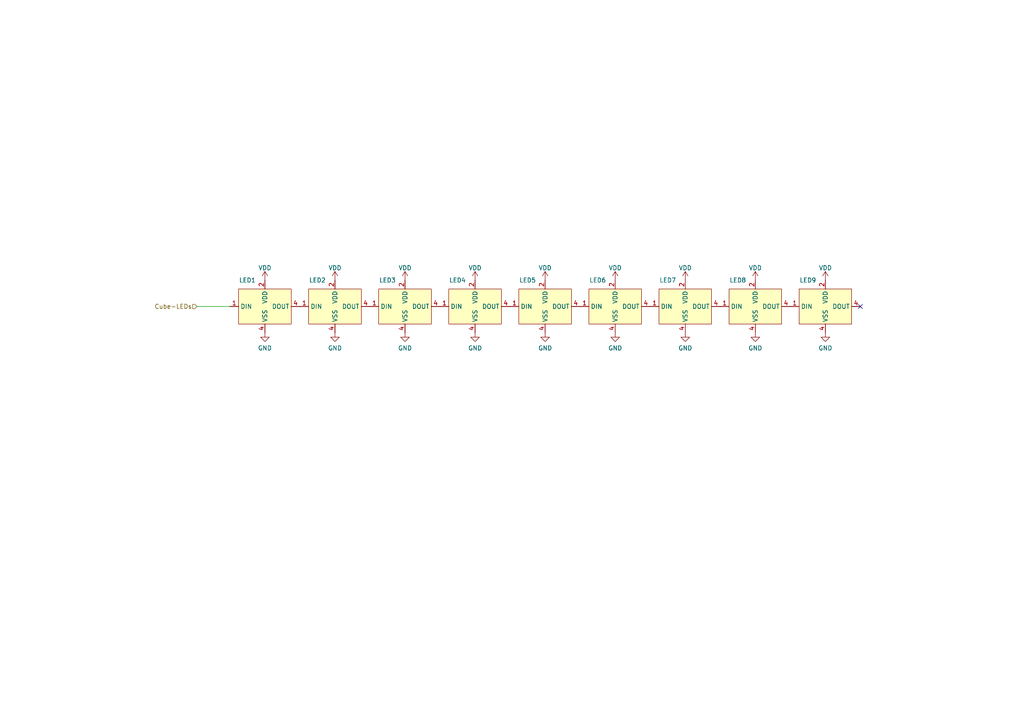
<source format=kicad_sch>
(kicad_sch (version 20211123) (generator eeschema)
  (paper "A4")
  (lib_symbols
    (symbol "FieldBoard_symbol:WS2812-4020_single"
      (property "Reference" "LED?" (at -5.08 7.62 0))
      (symbol "WS2812-4020_single_0_1"
        (rectangle (start -7.62 5.08) (end 7.62 -5.08) (stroke (width 0.1524)) (fill (type background)))
      )
      (symbol "WS2812-4020_single_1_1"
        (pin input line (at -10.16 0 0) (length 2.54) (name "DIN") (number "1"))
        (pin input line (at 0 7.62 270) (length 2.54) (name "VDD") (number "2"))
        (pin input line (at 10.16 0 180) (length 2.54) (name "DOUT") (number "4"))
        (pin input line (at 0 -7.62 90) (length 2.54) (name "VSS") (number "4"))
      )
    )
    (symbol "power:GND" (power) (pin_names (offset 0))
      (property "Value" "GND" (at 0 -3.81 0))
      (symbol "GND_0_1"
        (polyline (pts (xy 0 0) (xy 0 -1.27) (xy 1.27 -1.27) (xy 0 -2.54) (xy -1.27 -1.27) (xy 0 -1.27)))
      )
      (symbol "GND_1_1"
        (pin power_in line (at 0 0 270) (length 0) hide (name "GND") (number "1"))
      )
    )
    (symbol "power:VDD" (power) (pin_names (offset 0))
      (property "Value" "VDD" (at 0 3.81 0))
      (symbol "VDD_0_1"
        (polyline (pts (xy -0.762 1.27) (xy 0 2.54)))
        (polyline (pts (xy 0 0) (xy 0 2.54)))
        (polyline (pts (xy 0 2.54) (xy 0.762 1.27)))
      )
      (symbol "VDD_1_1"
        (pin power_in line (at 0 0 90) (length 0) hide (name "VDD") (number "1"))
      )
    )
  )
  (no_connect (at 249.555 88.9))
  (wire (pts (xy 57.15 88.9) (xy 66.675 88.9)))
  (hierarchical_label "Cube-LEDs" (shape input) (at 57.15 88.9 180))
  (symbol (lib_id "power:GND") (at 198.755 96.52 0) (unit 1)
    (property "Reference" "#PWR084" (effects hide))
    (property "Value" "GND" (at 198.755 100.9634 0))
  )
  (symbol (lib_id "power:GND") (at 178.435 96.52 0) (unit 1)
    (property "Reference" "#PWR083" (effects hide))
    (property "Value" "GND" (at 178.435 100.9634 0))
  )
  (symbol (lib_id "power:GND") (at 97.155 96.52 0) (unit 1)
    (property "Reference" "#PWR079" (effects hide))
    (property "Value" "GND" (at 97.155 100.9634 0))
  )
  (symbol (lib_id "power:VDD") (at 219.075 81.28 0) (unit 1)
    (property "Reference" "#PWR076" (effects hide))
    (property "Value" "VDD" (at 219.075 77.7042 0))
  )
  (symbol (lib_id "FieldBoard_symbol:WS2812-4020_single") (at 117.475 88.9 0) (unit 1)
    (property "Reference" "LED3" (at 112.395 81.28 0))
    (property "Value" "WS2812-4020_single" (effects hide))
    (property "Footprint" "FieldBoard_footprint:WS2812-4020-single-6mm_bezMaske" (effects hide))
  )
  (symbol (lib_id "FieldBoard_symbol:WS2812-4020_single") (at 178.435 88.9 0) (unit 1)
    (property "Reference" "LED6" (at 173.355 81.28 0))
    (property "Value" "WS2812-4020_single" (effects hide))
    (property "Footprint" "FieldBoard_footprint:WS2812-4020-single-6mm_bezMaske" (effects hide))
  )
  (symbol (lib_id "FieldBoard_symbol:WS2812-4020_single") (at 97.155 88.9 0) (unit 1)
    (property "Reference" "LED2" (at 92.075 81.28 0))
    (property "Value" "WS2812-4020_single" (effects hide))
    (property "Footprint" "FieldBoard_footprint:WS2812-4020-single-6mm_bezMaske" (effects hide))
  )
  (symbol (lib_id "power:GND") (at 219.075 96.52 0) (unit 1)
    (property "Reference" "#PWR085" (effects hide))
    (property "Value" "GND" (at 219.075 100.9634 0))
  )
  (symbol (lib_id "power:VDD") (at 158.115 81.28 0) (unit 1)
    (property "Reference" "#PWR073" (effects hide))
    (property "Value" "VDD" (at 158.115 77.7042 0))
  )
  (symbol (lib_id "power:VDD") (at 137.795 81.28 0) (unit 1)
    (property "Reference" "#PWR072" (effects hide))
    (property "Value" "VDD" (at 137.795 77.7042 0))
  )
  (symbol (lib_id "power:VDD") (at 239.395 81.28 0) (unit 1)
    (property "Reference" "#PWR077" (effects hide))
    (property "Value" "VDD" (at 239.395 77.7042 0))
  )
  (symbol (lib_id "FieldBoard_symbol:WS2812-4020_single") (at 239.395 88.9 0) (unit 1)
    (property "Reference" "LED9" (at 234.315 81.28 0))
    (property "Value" "WS2812-4020_single" (effects hide))
    (property "Footprint" "FieldBoard_footprint:WS2812-4020-single-6mm_bezMaske" (effects hide))
  )
  (symbol (lib_id "power:GND") (at 76.835 96.52 0) (unit 1)
    (property "Reference" "#PWR078" (effects hide))
    (property "Value" "GND" (at 76.835 100.9634 0))
  )
  (symbol (lib_id "power:GND") (at 239.395 96.52 0) (unit 1)
    (property "Reference" "#PWR086" (effects hide))
    (property "Value" "GND" (at 239.395 100.9634 0))
  )
  (symbol (lib_id "FieldBoard_symbol:WS2812-4020_single") (at 158.115 88.9 0) (unit 1)
    (property "Reference" "LED5" (at 153.035 81.28 0))
    (property "Value" "WS2812-4020_single" (effects hide))
    (property "Footprint" "FieldBoard_footprint:WS2812-4020-single-6mm_bezMaske" (effects hide))
  )
  (symbol (lib_id "power:VDD") (at 178.435 81.28 0) (unit 1)
    (property "Reference" "#PWR074" (effects hide))
    (property "Value" "VDD" (at 178.435 77.7042 0))
  )
  (symbol (lib_id "power:GND") (at 158.115 96.52 0) (unit 1)
    (property "Reference" "#PWR082" (effects hide))
    (property "Value" "GND" (at 158.115 100.9634 0))
  )
  (symbol (lib_id "power:GND") (at 137.795 96.52 0) (unit 1)
    (property "Reference" "#PWR081" (effects hide))
    (property "Value" "GND" (at 137.795 100.9634 0))
  )
  (symbol (lib_id "power:VDD") (at 76.835 81.28 0) (unit 1)
    (property "Reference" "#PWR069" (effects hide))
    (property "Value" "VDD" (at 76.835 77.7042 0))
  )
  (symbol (lib_id "power:VDD") (at 198.755 81.28 0) (unit 1)
    (property "Reference" "#PWR075" (effects hide))
    (property "Value" "VDD" (at 198.755 77.7042 0))
  )
  (symbol (lib_id "FieldBoard_symbol:WS2812-4020_single") (at 219.075 88.9 0) (unit 1)
    (property "Reference" "LED8" (at 213.995 81.28 0))
    (property "Value" "WS2812-4020_single" (effects hide))
    (property "Footprint" "FieldBoard_footprint:WS2812-4020-single-6mm_bezMaske" (effects hide))
  )
  (symbol (lib_id "FieldBoard_symbol:WS2812-4020_single") (at 76.835 88.9 0) (unit 1)
    (property "Reference" "LED1" (at 71.755 81.28 0))
    (property "Value" "WS2812-4020_single" (effects hide))
    (property "Footprint" "FieldBoard_footprint:WS2812-4020-single-6mm_bezMaske" (effects hide))
  )
  (symbol (lib_id "power:GND") (at 117.475 96.52 0) (unit 1)
    (property "Reference" "#PWR080" (effects hide))
    (property "Value" "GND" (at 117.475 100.9634 0))
  )
  (symbol (lib_id "power:VDD") (at 117.475 81.28 0) (unit 1)
    (property "Reference" "#PWR071" (effects hide))
    (property "Value" "VDD" (at 117.475 77.7042 0))
  )
  (symbol (lib_id "FieldBoard_symbol:WS2812-4020_single") (at 198.755 88.9 0) (unit 1)
    (property "Reference" "LED7" (at 193.675 81.28 0))
    (property "Value" "WS2812-4020_single" (effects hide))
    (property "Footprint" "FieldBoard_footprint:WS2812-4020-single-6mm_bezMaske" (effects hide))
  )
  (symbol (lib_id "power:VDD") (at 97.155 81.28 0) (unit 1)
    (property "Reference" "#PWR070" (effects hide))
    (property "Value" "VDD" (at 97.155 77.7042 0))
  )
  (symbol (lib_id "FieldBoard_symbol:WS2812-4020_single") (at 137.795 88.9 0) (unit 1)
    (property "Reference" "LED4" (at 132.715 81.28 0))
    (property "Value" "WS2812-4020_single" (effects hide))
    (property "Footprint" "FieldBoard_footprint:WS2812-4020-single-6mm_bezMaske" (effects hide))
  )
)
</source>
